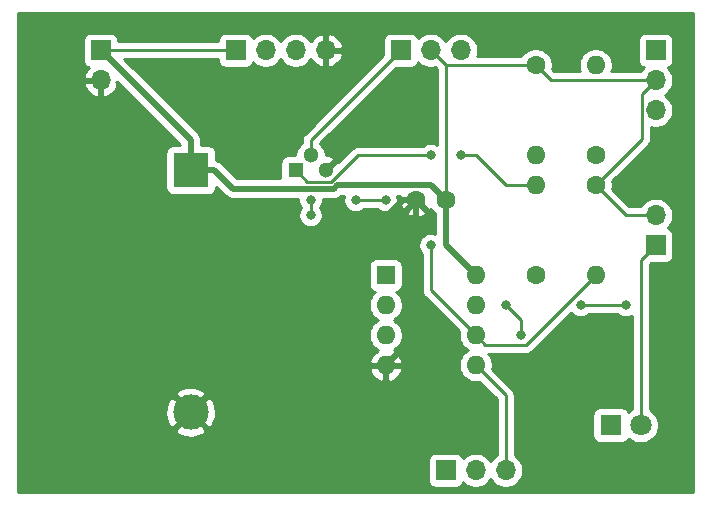
<source format=gtl>
G04 #@! TF.GenerationSoftware,KiCad,Pcbnew,5.1.9+dfsg1-1*
G04 #@! TF.CreationDate,2021-05-06T21:17:37+02:00*
G04 #@! TF.ProjectId,schema,73636865-6d61-42e6-9b69-6361645f7063,rev?*
G04 #@! TF.SameCoordinates,Original*
G04 #@! TF.FileFunction,Copper,L1,Top*
G04 #@! TF.FilePolarity,Positive*
%FSLAX46Y46*%
G04 Gerber Fmt 4.6, Leading zero omitted, Abs format (unit mm)*
G04 Created by KiCad (PCBNEW 5.1.9+dfsg1-1) date 2021-05-06 21:17:37*
%MOMM*%
%LPD*%
G01*
G04 APERTURE LIST*
G04 #@! TA.AperFunction,ComponentPad*
%ADD10O,1.700000X1.700000*%
G04 #@! TD*
G04 #@! TA.AperFunction,ComponentPad*
%ADD11R,1.700000X1.700000*%
G04 #@! TD*
G04 #@! TA.AperFunction,ComponentPad*
%ADD12R,3.000000X3.000000*%
G04 #@! TD*
G04 #@! TA.AperFunction,ComponentPad*
%ADD13C,3.000000*%
G04 #@! TD*
G04 #@! TA.AperFunction,ComponentPad*
%ADD14C,1.600000*%
G04 #@! TD*
G04 #@! TA.AperFunction,ComponentPad*
%ADD15O,1.600000X1.600000*%
G04 #@! TD*
G04 #@! TA.AperFunction,ComponentPad*
%ADD16R,1.600000X1.600000*%
G04 #@! TD*
G04 #@! TA.AperFunction,ComponentPad*
%ADD17R,1.300000X1.300000*%
G04 #@! TD*
G04 #@! TA.AperFunction,ComponentPad*
%ADD18C,1.300000*%
G04 #@! TD*
G04 #@! TA.AperFunction,ComponentPad*
%ADD19C,1.800000*%
G04 #@! TD*
G04 #@! TA.AperFunction,ComponentPad*
%ADD20R,1.800000X1.800000*%
G04 #@! TD*
G04 #@! TA.AperFunction,ViaPad*
%ADD21C,0.800000*%
G04 #@! TD*
G04 #@! TA.AperFunction,Conductor*
%ADD22C,0.500000*%
G04 #@! TD*
G04 #@! TA.AperFunction,Conductor*
%ADD23C,0.250000*%
G04 #@! TD*
G04 #@! TA.AperFunction,Conductor*
%ADD24C,0.254000*%
G04 #@! TD*
G04 #@! TA.AperFunction,Conductor*
%ADD25C,0.100000*%
G04 #@! TD*
G04 APERTURE END LIST*
D10*
X149860000Y-146050000D03*
X147320000Y-146050000D03*
D11*
X144780000Y-146050000D03*
D12*
X123190000Y-120650000D03*
D13*
X123190000Y-141140000D03*
D14*
X142280000Y-123190000D03*
X144780000Y-123190000D03*
D10*
X115570000Y-113030000D03*
D11*
X115570000Y-110490000D03*
D15*
X147320000Y-129540000D03*
X139700000Y-137160000D03*
X147320000Y-132080000D03*
X139700000Y-134620000D03*
X147320000Y-134620000D03*
X139700000Y-132080000D03*
X147320000Y-137160000D03*
D16*
X139700000Y-129540000D03*
D15*
X157480000Y-111760000D03*
D14*
X157480000Y-119380000D03*
D15*
X152400000Y-121920000D03*
D14*
X152400000Y-129540000D03*
D15*
X157480000Y-129540000D03*
D14*
X157480000Y-121920000D03*
D15*
X152400000Y-119380000D03*
D14*
X152400000Y-111760000D03*
D17*
X132080000Y-120650000D03*
D18*
X134620000Y-120650000D03*
X133350000Y-119380000D03*
D10*
X162560000Y-124460000D03*
D11*
X162560000Y-127000000D03*
D10*
X146050000Y-110490000D03*
X143510000Y-110490000D03*
D11*
X140970000Y-110490000D03*
D10*
X162560000Y-115570000D03*
X162560000Y-113030000D03*
D11*
X162560000Y-110490000D03*
D10*
X134620000Y-110490000D03*
X132080000Y-110490000D03*
X129540000Y-110490000D03*
D11*
X127000000Y-110490000D03*
D19*
X161290000Y-142240000D03*
D20*
X158750000Y-142240000D03*
D21*
X149860000Y-132080000D03*
X151130000Y-134620000D03*
X143510000Y-127000000D03*
X139700000Y-123190000D03*
X137160000Y-123190000D03*
X156210000Y-132080000D03*
X160020000Y-132080000D03*
X133350000Y-124460000D03*
X133350000Y-123190000D03*
X146050000Y-119380000D03*
X143510000Y-119380000D03*
D22*
X142280000Y-134580000D02*
X142280000Y-123190000D01*
X139700000Y-137160000D02*
X142280000Y-134580000D01*
X141140000Y-123190000D02*
X142280000Y-123190000D01*
X123190000Y-141140000D02*
X141140000Y-123190000D01*
X115570000Y-133520000D02*
X123190000Y-141140000D01*
X115570000Y-113030000D02*
X115570000Y-133520000D01*
X144780000Y-127000000D02*
X147320000Y-129540000D01*
X144780000Y-123190000D02*
X144780000Y-127000000D01*
D23*
X144780000Y-123190000D02*
X144780000Y-111760000D01*
X144780000Y-111760000D02*
X143510000Y-110490000D01*
X152400000Y-111760000D02*
X144780000Y-111760000D01*
X153670000Y-113030000D02*
X152400000Y-111760000D01*
X162560000Y-113030000D02*
X153670000Y-113030000D01*
X160020000Y-124460000D02*
X157480000Y-121920000D01*
X162560000Y-124460000D02*
X160020000Y-124460000D01*
X161384999Y-114205001D02*
X162560000Y-113030000D01*
X161384999Y-118015001D02*
X161384999Y-114205001D01*
X157480000Y-121920000D02*
X161384999Y-118015001D01*
D22*
X143529999Y-121939999D02*
X135586191Y-121939999D01*
X126740011Y-122200011D02*
X125190000Y-120650000D01*
X125190000Y-120650000D02*
X123190000Y-120650000D01*
X144780000Y-123190000D02*
X143529999Y-121939999D01*
X135586191Y-121939999D02*
X135326179Y-122200011D01*
X135326179Y-122200011D02*
X126740011Y-122200011D01*
X123190000Y-118110000D02*
X115570000Y-110490000D01*
X123190000Y-120650000D02*
X123190000Y-118110000D01*
D23*
X127000000Y-110490000D02*
X115570000Y-110490000D01*
X149860000Y-132080000D02*
X151130000Y-133350000D01*
X151130000Y-133350000D02*
X151130000Y-134620000D01*
X161290000Y-128270000D02*
X162560000Y-127000000D01*
X161290000Y-142240000D02*
X161290000Y-128270000D01*
X143510000Y-130810000D02*
X143510000Y-127000000D01*
X147320000Y-134620000D02*
X143510000Y-130810000D01*
X139700000Y-123190000D02*
X137160000Y-123190000D01*
X147320000Y-134620000D02*
X148119999Y-135419999D01*
X151600001Y-135419999D02*
X156680001Y-130339999D01*
X148119999Y-135419999D02*
X151600001Y-135419999D01*
X156680001Y-130339999D02*
X157480000Y-129540000D01*
X156210000Y-132080000D02*
X160020000Y-132080000D01*
X133350000Y-118110000D02*
X140970000Y-110490000D01*
X133350000Y-119380000D02*
X133350000Y-118110000D01*
X133350000Y-124460000D02*
X133350000Y-123190000D01*
X152400000Y-121920000D02*
X149860000Y-121920000D01*
X147320000Y-119380000D02*
X146050000Y-119380000D01*
X149860000Y-121920000D02*
X147320000Y-119380000D01*
X135088001Y-121625001D02*
X133055001Y-121625001D01*
X137333002Y-119380000D02*
X135088001Y-121625001D01*
X143510000Y-119380000D02*
X137333002Y-119380000D01*
X133055001Y-121625001D02*
X132080000Y-120650000D01*
X149860000Y-139700000D02*
X147320000Y-137160000D01*
X149860000Y-146050000D02*
X149860000Y-139700000D01*
D24*
X165710001Y-147930000D02*
X108610000Y-147930000D01*
X108610000Y-142631653D01*
X121877952Y-142631653D01*
X122033962Y-142947214D01*
X122408745Y-143138020D01*
X122813551Y-143252044D01*
X123232824Y-143284902D01*
X123650451Y-143235334D01*
X124050383Y-143105243D01*
X124346038Y-142947214D01*
X124502048Y-142631653D01*
X123190000Y-141319605D01*
X121877952Y-142631653D01*
X108610000Y-142631653D01*
X108610000Y-141182824D01*
X121045098Y-141182824D01*
X121094666Y-141600451D01*
X121224757Y-142000383D01*
X121382786Y-142296038D01*
X121698347Y-142452048D01*
X123010395Y-141140000D01*
X123369605Y-141140000D01*
X124681653Y-142452048D01*
X124997214Y-142296038D01*
X125188020Y-141921255D01*
X125302044Y-141516449D01*
X125334902Y-141097176D01*
X125285334Y-140679549D01*
X125155243Y-140279617D01*
X124997214Y-139983962D01*
X124681653Y-139827952D01*
X123369605Y-141140000D01*
X123010395Y-141140000D01*
X121698347Y-139827952D01*
X121382786Y-139983962D01*
X121191980Y-140358745D01*
X121077956Y-140763551D01*
X121045098Y-141182824D01*
X108610000Y-141182824D01*
X108610000Y-139648347D01*
X121877952Y-139648347D01*
X123190000Y-140960395D01*
X124502048Y-139648347D01*
X124346038Y-139332786D01*
X123971255Y-139141980D01*
X123566449Y-139027956D01*
X123147176Y-138995098D01*
X122729549Y-139044666D01*
X122329617Y-139174757D01*
X122033962Y-139332786D01*
X121877952Y-139648347D01*
X108610000Y-139648347D01*
X108610000Y-137509039D01*
X138308096Y-137509039D01*
X138348754Y-137643087D01*
X138468963Y-137897420D01*
X138636481Y-138123414D01*
X138844869Y-138312385D01*
X139086119Y-138457070D01*
X139350960Y-138551909D01*
X139573000Y-138430624D01*
X139573000Y-137287000D01*
X139827000Y-137287000D01*
X139827000Y-138430624D01*
X140049040Y-138551909D01*
X140313881Y-138457070D01*
X140555131Y-138312385D01*
X140763519Y-138123414D01*
X140931037Y-137897420D01*
X141051246Y-137643087D01*
X141091904Y-137509039D01*
X140969915Y-137287000D01*
X139827000Y-137287000D01*
X139573000Y-137287000D01*
X138430085Y-137287000D01*
X138308096Y-137509039D01*
X108610000Y-137509039D01*
X108610000Y-128740000D01*
X138261928Y-128740000D01*
X138261928Y-130340000D01*
X138274188Y-130464482D01*
X138310498Y-130584180D01*
X138369463Y-130694494D01*
X138448815Y-130791185D01*
X138545506Y-130870537D01*
X138655820Y-130929502D01*
X138775518Y-130965812D01*
X138783961Y-130966643D01*
X138585363Y-131165241D01*
X138428320Y-131400273D01*
X138320147Y-131661426D01*
X138265000Y-131938665D01*
X138265000Y-132221335D01*
X138320147Y-132498574D01*
X138428320Y-132759727D01*
X138585363Y-132994759D01*
X138785241Y-133194637D01*
X139017759Y-133350000D01*
X138785241Y-133505363D01*
X138585363Y-133705241D01*
X138428320Y-133940273D01*
X138320147Y-134201426D01*
X138265000Y-134478665D01*
X138265000Y-134761335D01*
X138320147Y-135038574D01*
X138428320Y-135299727D01*
X138585363Y-135534759D01*
X138785241Y-135734637D01*
X139020273Y-135891680D01*
X139030865Y-135896067D01*
X138844869Y-136007615D01*
X138636481Y-136196586D01*
X138468963Y-136422580D01*
X138348754Y-136676913D01*
X138308096Y-136810961D01*
X138430085Y-137033000D01*
X139573000Y-137033000D01*
X139573000Y-137013000D01*
X139827000Y-137013000D01*
X139827000Y-137033000D01*
X140969915Y-137033000D01*
X141091904Y-136810961D01*
X141051246Y-136676913D01*
X140931037Y-136422580D01*
X140763519Y-136196586D01*
X140555131Y-136007615D01*
X140369135Y-135896067D01*
X140379727Y-135891680D01*
X140614759Y-135734637D01*
X140814637Y-135534759D01*
X140971680Y-135299727D01*
X141079853Y-135038574D01*
X141135000Y-134761335D01*
X141135000Y-134478665D01*
X141079853Y-134201426D01*
X140971680Y-133940273D01*
X140814637Y-133705241D01*
X140614759Y-133505363D01*
X140382241Y-133350000D01*
X140614759Y-133194637D01*
X140814637Y-132994759D01*
X140971680Y-132759727D01*
X141079853Y-132498574D01*
X141135000Y-132221335D01*
X141135000Y-131938665D01*
X141079853Y-131661426D01*
X140971680Y-131400273D01*
X140814637Y-131165241D01*
X140616039Y-130966643D01*
X140624482Y-130965812D01*
X140744180Y-130929502D01*
X140854494Y-130870537D01*
X140951185Y-130791185D01*
X141030537Y-130694494D01*
X141089502Y-130584180D01*
X141125812Y-130464482D01*
X141138072Y-130340000D01*
X141138072Y-128740000D01*
X141125812Y-128615518D01*
X141089502Y-128495820D01*
X141030537Y-128385506D01*
X140951185Y-128288815D01*
X140854494Y-128209463D01*
X140744180Y-128150498D01*
X140624482Y-128114188D01*
X140500000Y-128101928D01*
X138900000Y-128101928D01*
X138775518Y-128114188D01*
X138655820Y-128150498D01*
X138545506Y-128209463D01*
X138448815Y-128288815D01*
X138369463Y-128385506D01*
X138310498Y-128495820D01*
X138274188Y-128615518D01*
X138261928Y-128740000D01*
X108610000Y-128740000D01*
X108610000Y-113386890D01*
X114128524Y-113386890D01*
X114173175Y-113534099D01*
X114298359Y-113796920D01*
X114472412Y-114030269D01*
X114688645Y-114225178D01*
X114938748Y-114374157D01*
X115213109Y-114471481D01*
X115443000Y-114350814D01*
X115443000Y-113157000D01*
X114249845Y-113157000D01*
X114128524Y-113386890D01*
X108610000Y-113386890D01*
X108610000Y-109640000D01*
X114081928Y-109640000D01*
X114081928Y-111340000D01*
X114094188Y-111464482D01*
X114130498Y-111584180D01*
X114189463Y-111694494D01*
X114268815Y-111791185D01*
X114365506Y-111870537D01*
X114475820Y-111929502D01*
X114556466Y-111953966D01*
X114472412Y-112029731D01*
X114298359Y-112263080D01*
X114173175Y-112525901D01*
X114128524Y-112673110D01*
X114249845Y-112903000D01*
X115443000Y-112903000D01*
X115443000Y-112883000D01*
X115697000Y-112883000D01*
X115697000Y-112903000D01*
X115717000Y-112903000D01*
X115717000Y-113157000D01*
X115697000Y-113157000D01*
X115697000Y-114350814D01*
X115926891Y-114471481D01*
X116201252Y-114374157D01*
X116451355Y-114225178D01*
X116667588Y-114030269D01*
X116841641Y-113796920D01*
X116966825Y-113534099D01*
X117011476Y-113386890D01*
X116890156Y-113157002D01*
X116985424Y-113157002D01*
X122305001Y-118476580D01*
X122305001Y-118511928D01*
X121690000Y-118511928D01*
X121565518Y-118524188D01*
X121445820Y-118560498D01*
X121335506Y-118619463D01*
X121238815Y-118698815D01*
X121159463Y-118795506D01*
X121100498Y-118905820D01*
X121064188Y-119025518D01*
X121051928Y-119150000D01*
X121051928Y-122150000D01*
X121064188Y-122274482D01*
X121100498Y-122394180D01*
X121159463Y-122504494D01*
X121238815Y-122601185D01*
X121335506Y-122680537D01*
X121445820Y-122739502D01*
X121565518Y-122775812D01*
X121690000Y-122788072D01*
X124690000Y-122788072D01*
X124814482Y-122775812D01*
X124934180Y-122739502D01*
X125044494Y-122680537D01*
X125141185Y-122601185D01*
X125220537Y-122504494D01*
X125279502Y-122394180D01*
X125315812Y-122274482D01*
X125328072Y-122150000D01*
X125328072Y-122039650D01*
X126083481Y-122795060D01*
X126111194Y-122828828D01*
X126144962Y-122856541D01*
X126144964Y-122856543D01*
X126245952Y-122939422D01*
X126399697Y-123021600D01*
X126566521Y-123072206D01*
X126696534Y-123085011D01*
X126696542Y-123085011D01*
X126740011Y-123089292D01*
X126783480Y-123085011D01*
X132315607Y-123085011D01*
X132315000Y-123088061D01*
X132315000Y-123291939D01*
X132354774Y-123491898D01*
X132432795Y-123680256D01*
X132529510Y-123825000D01*
X132432795Y-123969744D01*
X132354774Y-124158102D01*
X132315000Y-124358061D01*
X132315000Y-124561939D01*
X132354774Y-124761898D01*
X132432795Y-124950256D01*
X132546063Y-125119774D01*
X132690226Y-125263937D01*
X132859744Y-125377205D01*
X133048102Y-125455226D01*
X133248061Y-125495000D01*
X133451939Y-125495000D01*
X133651898Y-125455226D01*
X133840256Y-125377205D01*
X134009774Y-125263937D01*
X134153937Y-125119774D01*
X134267205Y-124950256D01*
X134345226Y-124761898D01*
X134385000Y-124561939D01*
X134385000Y-124358061D01*
X134345226Y-124158102D01*
X134267205Y-123969744D01*
X134170490Y-123825000D01*
X134267205Y-123680256D01*
X134345226Y-123491898D01*
X134385000Y-123291939D01*
X134385000Y-123088061D01*
X134384393Y-123085011D01*
X135282710Y-123085011D01*
X135326179Y-123089292D01*
X135369648Y-123085011D01*
X135369656Y-123085011D01*
X135499669Y-123072206D01*
X135666492Y-123021600D01*
X135820238Y-122939422D01*
X135954996Y-122828828D01*
X135958138Y-122824999D01*
X136190912Y-122824999D01*
X136164774Y-122888102D01*
X136125000Y-123088061D01*
X136125000Y-123291939D01*
X136164774Y-123491898D01*
X136242795Y-123680256D01*
X136356063Y-123849774D01*
X136500226Y-123993937D01*
X136669744Y-124107205D01*
X136858102Y-124185226D01*
X137058061Y-124225000D01*
X137261939Y-124225000D01*
X137461898Y-124185226D01*
X137650256Y-124107205D01*
X137819774Y-123993937D01*
X137863711Y-123950000D01*
X138996289Y-123950000D01*
X139040226Y-123993937D01*
X139209744Y-124107205D01*
X139398102Y-124185226D01*
X139598061Y-124225000D01*
X139801939Y-124225000D01*
X140001898Y-124185226D01*
X140007991Y-124182702D01*
X141466903Y-124182702D01*
X141538486Y-124426671D01*
X141793996Y-124547571D01*
X142068184Y-124616300D01*
X142350512Y-124630217D01*
X142630130Y-124588787D01*
X142896292Y-124493603D01*
X143021514Y-124426671D01*
X143093097Y-124182702D01*
X142280000Y-123369605D01*
X141466903Y-124182702D01*
X140007991Y-124182702D01*
X140190256Y-124107205D01*
X140359774Y-123993937D01*
X140503937Y-123849774D01*
X140617205Y-123680256D01*
X140695226Y-123491898D01*
X140735000Y-123291939D01*
X140735000Y-123088061D01*
X140695226Y-122888102D01*
X140669088Y-122824999D01*
X140892098Y-122824999D01*
X140853700Y-122978184D01*
X140839783Y-123260512D01*
X140881213Y-123540130D01*
X140976397Y-123806292D01*
X141043329Y-123931514D01*
X141287298Y-124003097D01*
X142100395Y-123190000D01*
X142086253Y-123175858D01*
X142265858Y-122996253D01*
X142280000Y-123010395D01*
X142294143Y-122996253D01*
X142473748Y-123175858D01*
X142459605Y-123190000D01*
X143272702Y-124003097D01*
X143516671Y-123931514D01*
X143530324Y-123902659D01*
X143665363Y-124104759D01*
X143865241Y-124304637D01*
X143895000Y-124324521D01*
X143895001Y-126039197D01*
X143811898Y-126004774D01*
X143611939Y-125965000D01*
X143408061Y-125965000D01*
X143208102Y-126004774D01*
X143019744Y-126082795D01*
X142850226Y-126196063D01*
X142706063Y-126340226D01*
X142592795Y-126509744D01*
X142514774Y-126698102D01*
X142475000Y-126898061D01*
X142475000Y-127101939D01*
X142514774Y-127301898D01*
X142592795Y-127490256D01*
X142706063Y-127659774D01*
X142750001Y-127703712D01*
X142750000Y-130772677D01*
X142746324Y-130810000D01*
X142750000Y-130847322D01*
X142750000Y-130847332D01*
X142760997Y-130958985D01*
X142799154Y-131084774D01*
X142804454Y-131102246D01*
X142875026Y-131234276D01*
X142909320Y-131276063D01*
X142969999Y-131350001D01*
X142999003Y-131373804D01*
X145921312Y-134296114D01*
X145885000Y-134478665D01*
X145885000Y-134761335D01*
X145940147Y-135038574D01*
X146048320Y-135299727D01*
X146205363Y-135534759D01*
X146405241Y-135734637D01*
X146637759Y-135890000D01*
X146405241Y-136045363D01*
X146205363Y-136245241D01*
X146048320Y-136480273D01*
X145940147Y-136741426D01*
X145885000Y-137018665D01*
X145885000Y-137301335D01*
X145940147Y-137578574D01*
X146048320Y-137839727D01*
X146205363Y-138074759D01*
X146405241Y-138274637D01*
X146640273Y-138431680D01*
X146901426Y-138539853D01*
X147178665Y-138595000D01*
X147461335Y-138595000D01*
X147643886Y-138558688D01*
X149100001Y-140014804D01*
X149100000Y-144771821D01*
X148913368Y-144896525D01*
X148706525Y-145103368D01*
X148590000Y-145277760D01*
X148473475Y-145103368D01*
X148266632Y-144896525D01*
X148023411Y-144734010D01*
X147753158Y-144622068D01*
X147466260Y-144565000D01*
X147173740Y-144565000D01*
X146886842Y-144622068D01*
X146616589Y-144734010D01*
X146373368Y-144896525D01*
X146241513Y-145028380D01*
X146219502Y-144955820D01*
X146160537Y-144845506D01*
X146081185Y-144748815D01*
X145984494Y-144669463D01*
X145874180Y-144610498D01*
X145754482Y-144574188D01*
X145630000Y-144561928D01*
X143930000Y-144561928D01*
X143805518Y-144574188D01*
X143685820Y-144610498D01*
X143575506Y-144669463D01*
X143478815Y-144748815D01*
X143399463Y-144845506D01*
X143340498Y-144955820D01*
X143304188Y-145075518D01*
X143291928Y-145200000D01*
X143291928Y-146900000D01*
X143304188Y-147024482D01*
X143340498Y-147144180D01*
X143399463Y-147254494D01*
X143478815Y-147351185D01*
X143575506Y-147430537D01*
X143685820Y-147489502D01*
X143805518Y-147525812D01*
X143930000Y-147538072D01*
X145630000Y-147538072D01*
X145754482Y-147525812D01*
X145874180Y-147489502D01*
X145984494Y-147430537D01*
X146081185Y-147351185D01*
X146160537Y-147254494D01*
X146219502Y-147144180D01*
X146241513Y-147071620D01*
X146373368Y-147203475D01*
X146616589Y-147365990D01*
X146886842Y-147477932D01*
X147173740Y-147535000D01*
X147466260Y-147535000D01*
X147753158Y-147477932D01*
X148023411Y-147365990D01*
X148266632Y-147203475D01*
X148473475Y-146996632D01*
X148590000Y-146822240D01*
X148706525Y-146996632D01*
X148913368Y-147203475D01*
X149156589Y-147365990D01*
X149426842Y-147477932D01*
X149713740Y-147535000D01*
X150006260Y-147535000D01*
X150293158Y-147477932D01*
X150563411Y-147365990D01*
X150806632Y-147203475D01*
X151013475Y-146996632D01*
X151175990Y-146753411D01*
X151287932Y-146483158D01*
X151345000Y-146196260D01*
X151345000Y-145903740D01*
X151287932Y-145616842D01*
X151175990Y-145346589D01*
X151013475Y-145103368D01*
X150806632Y-144896525D01*
X150620000Y-144771822D01*
X150620000Y-139737322D01*
X150623676Y-139699999D01*
X150620000Y-139662676D01*
X150620000Y-139662667D01*
X150609003Y-139551014D01*
X150565546Y-139407753D01*
X150494974Y-139275724D01*
X150481811Y-139259685D01*
X150423799Y-139188996D01*
X150423795Y-139188992D01*
X150400001Y-139159999D01*
X150371008Y-139136205D01*
X148718688Y-137483886D01*
X148755000Y-137301335D01*
X148755000Y-137018665D01*
X148699853Y-136741426D01*
X148591680Y-136480273D01*
X148434637Y-136245241D01*
X148369395Y-136179999D01*
X151562679Y-136179999D01*
X151600001Y-136183675D01*
X151637323Y-136179999D01*
X151637334Y-136179999D01*
X151748987Y-136169002D01*
X151892248Y-136125545D01*
X152024277Y-136054973D01*
X152140002Y-135960000D01*
X152163805Y-135930996D01*
X155385621Y-132709181D01*
X155406063Y-132739774D01*
X155550226Y-132883937D01*
X155719744Y-132997205D01*
X155908102Y-133075226D01*
X156108061Y-133115000D01*
X156311939Y-133115000D01*
X156511898Y-133075226D01*
X156700256Y-132997205D01*
X156869774Y-132883937D01*
X156913711Y-132840000D01*
X159316289Y-132840000D01*
X159360226Y-132883937D01*
X159529744Y-132997205D01*
X159718102Y-133075226D01*
X159918061Y-133115000D01*
X160121939Y-133115000D01*
X160321898Y-133075226D01*
X160510256Y-132997205D01*
X160530001Y-132984012D01*
X160530000Y-140901687D01*
X160311495Y-141047688D01*
X160245056Y-141114127D01*
X160239502Y-141095820D01*
X160180537Y-140985506D01*
X160101185Y-140888815D01*
X160004494Y-140809463D01*
X159894180Y-140750498D01*
X159774482Y-140714188D01*
X159650000Y-140701928D01*
X157850000Y-140701928D01*
X157725518Y-140714188D01*
X157605820Y-140750498D01*
X157495506Y-140809463D01*
X157398815Y-140888815D01*
X157319463Y-140985506D01*
X157260498Y-141095820D01*
X157224188Y-141215518D01*
X157211928Y-141340000D01*
X157211928Y-143140000D01*
X157224188Y-143264482D01*
X157260498Y-143384180D01*
X157319463Y-143494494D01*
X157398815Y-143591185D01*
X157495506Y-143670537D01*
X157605820Y-143729502D01*
X157725518Y-143765812D01*
X157850000Y-143778072D01*
X159650000Y-143778072D01*
X159774482Y-143765812D01*
X159894180Y-143729502D01*
X160004494Y-143670537D01*
X160101185Y-143591185D01*
X160180537Y-143494494D01*
X160239502Y-143384180D01*
X160245056Y-143365873D01*
X160311495Y-143432312D01*
X160562905Y-143600299D01*
X160842257Y-143716011D01*
X161138816Y-143775000D01*
X161441184Y-143775000D01*
X161737743Y-143716011D01*
X162017095Y-143600299D01*
X162268505Y-143432312D01*
X162482312Y-143218505D01*
X162650299Y-142967095D01*
X162766011Y-142687743D01*
X162825000Y-142391184D01*
X162825000Y-142088816D01*
X162766011Y-141792257D01*
X162650299Y-141512905D01*
X162482312Y-141261495D01*
X162268505Y-141047688D01*
X162050000Y-140901687D01*
X162050000Y-128584801D01*
X162146729Y-128488072D01*
X163410000Y-128488072D01*
X163534482Y-128475812D01*
X163654180Y-128439502D01*
X163764494Y-128380537D01*
X163861185Y-128301185D01*
X163940537Y-128204494D01*
X163999502Y-128094180D01*
X164035812Y-127974482D01*
X164048072Y-127850000D01*
X164048072Y-126150000D01*
X164035812Y-126025518D01*
X163999502Y-125905820D01*
X163940537Y-125795506D01*
X163861185Y-125698815D01*
X163764494Y-125619463D01*
X163654180Y-125560498D01*
X163581620Y-125538487D01*
X163713475Y-125406632D01*
X163875990Y-125163411D01*
X163987932Y-124893158D01*
X164045000Y-124606260D01*
X164045000Y-124313740D01*
X163987932Y-124026842D01*
X163875990Y-123756589D01*
X163713475Y-123513368D01*
X163506632Y-123306525D01*
X163263411Y-123144010D01*
X162993158Y-123032068D01*
X162706260Y-122975000D01*
X162413740Y-122975000D01*
X162126842Y-123032068D01*
X161856589Y-123144010D01*
X161613368Y-123306525D01*
X161406525Y-123513368D01*
X161281822Y-123700000D01*
X160334803Y-123700000D01*
X158878688Y-122243886D01*
X158915000Y-122061335D01*
X158915000Y-121778665D01*
X158878688Y-121596113D01*
X161896003Y-118578799D01*
X161925000Y-118555002D01*
X162019973Y-118439277D01*
X162090545Y-118307248D01*
X162134002Y-118163987D01*
X162144999Y-118052334D01*
X162144999Y-118052333D01*
X162148676Y-118015001D01*
X162144999Y-117977668D01*
X162144999Y-117001544D01*
X162413740Y-117055000D01*
X162706260Y-117055000D01*
X162993158Y-116997932D01*
X163263411Y-116885990D01*
X163506632Y-116723475D01*
X163713475Y-116516632D01*
X163875990Y-116273411D01*
X163987932Y-116003158D01*
X164045000Y-115716260D01*
X164045000Y-115423740D01*
X163987932Y-115136842D01*
X163875990Y-114866589D01*
X163713475Y-114623368D01*
X163506632Y-114416525D01*
X163332240Y-114300000D01*
X163506632Y-114183475D01*
X163713475Y-113976632D01*
X163875990Y-113733411D01*
X163987932Y-113463158D01*
X164045000Y-113176260D01*
X164045000Y-112883740D01*
X163987932Y-112596842D01*
X163875990Y-112326589D01*
X163713475Y-112083368D01*
X163581620Y-111951513D01*
X163654180Y-111929502D01*
X163764494Y-111870537D01*
X163861185Y-111791185D01*
X163940537Y-111694494D01*
X163999502Y-111584180D01*
X164035812Y-111464482D01*
X164048072Y-111340000D01*
X164048072Y-109640000D01*
X164035812Y-109515518D01*
X163999502Y-109395820D01*
X163940537Y-109285506D01*
X163861185Y-109188815D01*
X163764494Y-109109463D01*
X163654180Y-109050498D01*
X163534482Y-109014188D01*
X163410000Y-109001928D01*
X161710000Y-109001928D01*
X161585518Y-109014188D01*
X161465820Y-109050498D01*
X161355506Y-109109463D01*
X161258815Y-109188815D01*
X161179463Y-109285506D01*
X161120498Y-109395820D01*
X161084188Y-109515518D01*
X161071928Y-109640000D01*
X161071928Y-111340000D01*
X161084188Y-111464482D01*
X161120498Y-111584180D01*
X161179463Y-111694494D01*
X161258815Y-111791185D01*
X161355506Y-111870537D01*
X161465820Y-111929502D01*
X161538380Y-111951513D01*
X161406525Y-112083368D01*
X161281822Y-112270000D01*
X158821983Y-112270000D01*
X158859853Y-112178574D01*
X158915000Y-111901335D01*
X158915000Y-111618665D01*
X158859853Y-111341426D01*
X158751680Y-111080273D01*
X158594637Y-110845241D01*
X158394759Y-110645363D01*
X158159727Y-110488320D01*
X157898574Y-110380147D01*
X157621335Y-110325000D01*
X157338665Y-110325000D01*
X157061426Y-110380147D01*
X156800273Y-110488320D01*
X156565241Y-110645363D01*
X156365363Y-110845241D01*
X156208320Y-111080273D01*
X156100147Y-111341426D01*
X156045000Y-111618665D01*
X156045000Y-111901335D01*
X156100147Y-112178574D01*
X156138017Y-112270000D01*
X153984802Y-112270000D01*
X153798688Y-112083886D01*
X153835000Y-111901335D01*
X153835000Y-111618665D01*
X153779853Y-111341426D01*
X153671680Y-111080273D01*
X153514637Y-110845241D01*
X153314759Y-110645363D01*
X153079727Y-110488320D01*
X152818574Y-110380147D01*
X152541335Y-110325000D01*
X152258665Y-110325000D01*
X151981426Y-110380147D01*
X151720273Y-110488320D01*
X151485241Y-110645363D01*
X151285363Y-110845241D01*
X151181957Y-111000000D01*
X147446103Y-111000000D01*
X147477932Y-110923158D01*
X147535000Y-110636260D01*
X147535000Y-110343740D01*
X147477932Y-110056842D01*
X147365990Y-109786589D01*
X147203475Y-109543368D01*
X146996632Y-109336525D01*
X146753411Y-109174010D01*
X146483158Y-109062068D01*
X146196260Y-109005000D01*
X145903740Y-109005000D01*
X145616842Y-109062068D01*
X145346589Y-109174010D01*
X145103368Y-109336525D01*
X144896525Y-109543368D01*
X144780000Y-109717760D01*
X144663475Y-109543368D01*
X144456632Y-109336525D01*
X144213411Y-109174010D01*
X143943158Y-109062068D01*
X143656260Y-109005000D01*
X143363740Y-109005000D01*
X143076842Y-109062068D01*
X142806589Y-109174010D01*
X142563368Y-109336525D01*
X142431513Y-109468380D01*
X142409502Y-109395820D01*
X142350537Y-109285506D01*
X142271185Y-109188815D01*
X142174494Y-109109463D01*
X142064180Y-109050498D01*
X141944482Y-109014188D01*
X141820000Y-109001928D01*
X140120000Y-109001928D01*
X139995518Y-109014188D01*
X139875820Y-109050498D01*
X139765506Y-109109463D01*
X139668815Y-109188815D01*
X139589463Y-109285506D01*
X139530498Y-109395820D01*
X139494188Y-109515518D01*
X139481928Y-109640000D01*
X139481928Y-110903270D01*
X132838998Y-117546201D01*
X132810000Y-117569999D01*
X132786202Y-117598997D01*
X132786201Y-117598998D01*
X132715026Y-117685724D01*
X132644454Y-117817754D01*
X132629815Y-117866015D01*
X132608432Y-117936509D01*
X132600998Y-117961015D01*
X132586324Y-118110000D01*
X132590001Y-118147332D01*
X132590001Y-118342358D01*
X132530860Y-118381875D01*
X132351875Y-118560860D01*
X132211247Y-118771324D01*
X132114381Y-119005179D01*
X132065000Y-119253439D01*
X132065000Y-119361928D01*
X131430000Y-119361928D01*
X131305518Y-119374188D01*
X131185820Y-119410498D01*
X131075506Y-119469463D01*
X130978815Y-119548815D01*
X130899463Y-119645506D01*
X130840498Y-119755820D01*
X130804188Y-119875518D01*
X130791928Y-120000000D01*
X130791928Y-121300000D01*
X130793406Y-121315011D01*
X127106590Y-121315011D01*
X125846534Y-120054956D01*
X125818817Y-120021183D01*
X125684059Y-119910589D01*
X125530313Y-119828411D01*
X125363490Y-119777805D01*
X125328072Y-119774317D01*
X125328072Y-119150000D01*
X125315812Y-119025518D01*
X125279502Y-118905820D01*
X125220537Y-118795506D01*
X125141185Y-118698815D01*
X125044494Y-118619463D01*
X124934180Y-118560498D01*
X124814482Y-118524188D01*
X124690000Y-118511928D01*
X124075000Y-118511928D01*
X124075000Y-118153465D01*
X124079281Y-118109999D01*
X124075000Y-118066533D01*
X124075000Y-118066523D01*
X124062195Y-117936510D01*
X124011589Y-117769687D01*
X123929411Y-117615941D01*
X123818817Y-117481183D01*
X123785049Y-117453470D01*
X117581578Y-111250000D01*
X125511928Y-111250000D01*
X125511928Y-111340000D01*
X125524188Y-111464482D01*
X125560498Y-111584180D01*
X125619463Y-111694494D01*
X125698815Y-111791185D01*
X125795506Y-111870537D01*
X125905820Y-111929502D01*
X126025518Y-111965812D01*
X126150000Y-111978072D01*
X127850000Y-111978072D01*
X127974482Y-111965812D01*
X128094180Y-111929502D01*
X128204494Y-111870537D01*
X128301185Y-111791185D01*
X128380537Y-111694494D01*
X128439502Y-111584180D01*
X128461513Y-111511620D01*
X128593368Y-111643475D01*
X128836589Y-111805990D01*
X129106842Y-111917932D01*
X129393740Y-111975000D01*
X129686260Y-111975000D01*
X129973158Y-111917932D01*
X130243411Y-111805990D01*
X130486632Y-111643475D01*
X130693475Y-111436632D01*
X130810000Y-111262240D01*
X130926525Y-111436632D01*
X131133368Y-111643475D01*
X131376589Y-111805990D01*
X131646842Y-111917932D01*
X131933740Y-111975000D01*
X132226260Y-111975000D01*
X132513158Y-111917932D01*
X132783411Y-111805990D01*
X133026632Y-111643475D01*
X133233475Y-111436632D01*
X133355195Y-111254466D01*
X133424822Y-111371355D01*
X133619731Y-111587588D01*
X133853080Y-111761641D01*
X134115901Y-111886825D01*
X134263110Y-111931476D01*
X134493000Y-111810155D01*
X134493000Y-110617000D01*
X134747000Y-110617000D01*
X134747000Y-111810155D01*
X134976890Y-111931476D01*
X135124099Y-111886825D01*
X135386920Y-111761641D01*
X135620269Y-111587588D01*
X135815178Y-111371355D01*
X135964157Y-111121252D01*
X136061481Y-110846891D01*
X135940814Y-110617000D01*
X134747000Y-110617000D01*
X134493000Y-110617000D01*
X134473000Y-110617000D01*
X134473000Y-110363000D01*
X134493000Y-110363000D01*
X134493000Y-109169845D01*
X134747000Y-109169845D01*
X134747000Y-110363000D01*
X135940814Y-110363000D01*
X136061481Y-110133109D01*
X135964157Y-109858748D01*
X135815178Y-109608645D01*
X135620269Y-109392412D01*
X135386920Y-109218359D01*
X135124099Y-109093175D01*
X134976890Y-109048524D01*
X134747000Y-109169845D01*
X134493000Y-109169845D01*
X134263110Y-109048524D01*
X134115901Y-109093175D01*
X133853080Y-109218359D01*
X133619731Y-109392412D01*
X133424822Y-109608645D01*
X133355195Y-109725534D01*
X133233475Y-109543368D01*
X133026632Y-109336525D01*
X132783411Y-109174010D01*
X132513158Y-109062068D01*
X132226260Y-109005000D01*
X131933740Y-109005000D01*
X131646842Y-109062068D01*
X131376589Y-109174010D01*
X131133368Y-109336525D01*
X130926525Y-109543368D01*
X130810000Y-109717760D01*
X130693475Y-109543368D01*
X130486632Y-109336525D01*
X130243411Y-109174010D01*
X129973158Y-109062068D01*
X129686260Y-109005000D01*
X129393740Y-109005000D01*
X129106842Y-109062068D01*
X128836589Y-109174010D01*
X128593368Y-109336525D01*
X128461513Y-109468380D01*
X128439502Y-109395820D01*
X128380537Y-109285506D01*
X128301185Y-109188815D01*
X128204494Y-109109463D01*
X128094180Y-109050498D01*
X127974482Y-109014188D01*
X127850000Y-109001928D01*
X126150000Y-109001928D01*
X126025518Y-109014188D01*
X125905820Y-109050498D01*
X125795506Y-109109463D01*
X125698815Y-109188815D01*
X125619463Y-109285506D01*
X125560498Y-109395820D01*
X125524188Y-109515518D01*
X125511928Y-109640000D01*
X125511928Y-109730000D01*
X117058072Y-109730000D01*
X117058072Y-109640000D01*
X117045812Y-109515518D01*
X117009502Y-109395820D01*
X116950537Y-109285506D01*
X116871185Y-109188815D01*
X116774494Y-109109463D01*
X116664180Y-109050498D01*
X116544482Y-109014188D01*
X116420000Y-109001928D01*
X114720000Y-109001928D01*
X114595518Y-109014188D01*
X114475820Y-109050498D01*
X114365506Y-109109463D01*
X114268815Y-109188815D01*
X114189463Y-109285506D01*
X114130498Y-109395820D01*
X114094188Y-109515518D01*
X114081928Y-109640000D01*
X108610000Y-109640000D01*
X108610000Y-107340000D01*
X165710000Y-107340000D01*
X165710001Y-147930000D01*
G04 #@! TA.AperFunction,Conductor*
D25*
G36*
X165710001Y-147930000D02*
G01*
X108610000Y-147930000D01*
X108610000Y-142631653D01*
X121877952Y-142631653D01*
X122033962Y-142947214D01*
X122408745Y-143138020D01*
X122813551Y-143252044D01*
X123232824Y-143284902D01*
X123650451Y-143235334D01*
X124050383Y-143105243D01*
X124346038Y-142947214D01*
X124502048Y-142631653D01*
X123190000Y-141319605D01*
X121877952Y-142631653D01*
X108610000Y-142631653D01*
X108610000Y-141182824D01*
X121045098Y-141182824D01*
X121094666Y-141600451D01*
X121224757Y-142000383D01*
X121382786Y-142296038D01*
X121698347Y-142452048D01*
X123010395Y-141140000D01*
X123369605Y-141140000D01*
X124681653Y-142452048D01*
X124997214Y-142296038D01*
X125188020Y-141921255D01*
X125302044Y-141516449D01*
X125334902Y-141097176D01*
X125285334Y-140679549D01*
X125155243Y-140279617D01*
X124997214Y-139983962D01*
X124681653Y-139827952D01*
X123369605Y-141140000D01*
X123010395Y-141140000D01*
X121698347Y-139827952D01*
X121382786Y-139983962D01*
X121191980Y-140358745D01*
X121077956Y-140763551D01*
X121045098Y-141182824D01*
X108610000Y-141182824D01*
X108610000Y-139648347D01*
X121877952Y-139648347D01*
X123190000Y-140960395D01*
X124502048Y-139648347D01*
X124346038Y-139332786D01*
X123971255Y-139141980D01*
X123566449Y-139027956D01*
X123147176Y-138995098D01*
X122729549Y-139044666D01*
X122329617Y-139174757D01*
X122033962Y-139332786D01*
X121877952Y-139648347D01*
X108610000Y-139648347D01*
X108610000Y-137509039D01*
X138308096Y-137509039D01*
X138348754Y-137643087D01*
X138468963Y-137897420D01*
X138636481Y-138123414D01*
X138844869Y-138312385D01*
X139086119Y-138457070D01*
X139350960Y-138551909D01*
X139573000Y-138430624D01*
X139573000Y-137287000D01*
X139827000Y-137287000D01*
X139827000Y-138430624D01*
X140049040Y-138551909D01*
X140313881Y-138457070D01*
X140555131Y-138312385D01*
X140763519Y-138123414D01*
X140931037Y-137897420D01*
X141051246Y-137643087D01*
X141091904Y-137509039D01*
X140969915Y-137287000D01*
X139827000Y-137287000D01*
X139573000Y-137287000D01*
X138430085Y-137287000D01*
X138308096Y-137509039D01*
X108610000Y-137509039D01*
X108610000Y-128740000D01*
X138261928Y-128740000D01*
X138261928Y-130340000D01*
X138274188Y-130464482D01*
X138310498Y-130584180D01*
X138369463Y-130694494D01*
X138448815Y-130791185D01*
X138545506Y-130870537D01*
X138655820Y-130929502D01*
X138775518Y-130965812D01*
X138783961Y-130966643D01*
X138585363Y-131165241D01*
X138428320Y-131400273D01*
X138320147Y-131661426D01*
X138265000Y-131938665D01*
X138265000Y-132221335D01*
X138320147Y-132498574D01*
X138428320Y-132759727D01*
X138585363Y-132994759D01*
X138785241Y-133194637D01*
X139017759Y-133350000D01*
X138785241Y-133505363D01*
X138585363Y-133705241D01*
X138428320Y-133940273D01*
X138320147Y-134201426D01*
X138265000Y-134478665D01*
X138265000Y-134761335D01*
X138320147Y-135038574D01*
X138428320Y-135299727D01*
X138585363Y-135534759D01*
X138785241Y-135734637D01*
X139020273Y-135891680D01*
X139030865Y-135896067D01*
X138844869Y-136007615D01*
X138636481Y-136196586D01*
X138468963Y-136422580D01*
X138348754Y-136676913D01*
X138308096Y-136810961D01*
X138430085Y-137033000D01*
X139573000Y-137033000D01*
X139573000Y-137013000D01*
X139827000Y-137013000D01*
X139827000Y-137033000D01*
X140969915Y-137033000D01*
X141091904Y-136810961D01*
X141051246Y-136676913D01*
X140931037Y-136422580D01*
X140763519Y-136196586D01*
X140555131Y-136007615D01*
X140369135Y-135896067D01*
X140379727Y-135891680D01*
X140614759Y-135734637D01*
X140814637Y-135534759D01*
X140971680Y-135299727D01*
X141079853Y-135038574D01*
X141135000Y-134761335D01*
X141135000Y-134478665D01*
X141079853Y-134201426D01*
X140971680Y-133940273D01*
X140814637Y-133705241D01*
X140614759Y-133505363D01*
X140382241Y-133350000D01*
X140614759Y-133194637D01*
X140814637Y-132994759D01*
X140971680Y-132759727D01*
X141079853Y-132498574D01*
X141135000Y-132221335D01*
X141135000Y-131938665D01*
X141079853Y-131661426D01*
X140971680Y-131400273D01*
X140814637Y-131165241D01*
X140616039Y-130966643D01*
X140624482Y-130965812D01*
X140744180Y-130929502D01*
X140854494Y-130870537D01*
X140951185Y-130791185D01*
X141030537Y-130694494D01*
X141089502Y-130584180D01*
X141125812Y-130464482D01*
X141138072Y-130340000D01*
X141138072Y-128740000D01*
X141125812Y-128615518D01*
X141089502Y-128495820D01*
X141030537Y-128385506D01*
X140951185Y-128288815D01*
X140854494Y-128209463D01*
X140744180Y-128150498D01*
X140624482Y-128114188D01*
X140500000Y-128101928D01*
X138900000Y-128101928D01*
X138775518Y-128114188D01*
X138655820Y-128150498D01*
X138545506Y-128209463D01*
X138448815Y-128288815D01*
X138369463Y-128385506D01*
X138310498Y-128495820D01*
X138274188Y-128615518D01*
X138261928Y-128740000D01*
X108610000Y-128740000D01*
X108610000Y-113386890D01*
X114128524Y-113386890D01*
X114173175Y-113534099D01*
X114298359Y-113796920D01*
X114472412Y-114030269D01*
X114688645Y-114225178D01*
X114938748Y-114374157D01*
X115213109Y-114471481D01*
X115443000Y-114350814D01*
X115443000Y-113157000D01*
X114249845Y-113157000D01*
X114128524Y-113386890D01*
X108610000Y-113386890D01*
X108610000Y-109640000D01*
X114081928Y-109640000D01*
X114081928Y-111340000D01*
X114094188Y-111464482D01*
X114130498Y-111584180D01*
X114189463Y-111694494D01*
X114268815Y-111791185D01*
X114365506Y-111870537D01*
X114475820Y-111929502D01*
X114556466Y-111953966D01*
X114472412Y-112029731D01*
X114298359Y-112263080D01*
X114173175Y-112525901D01*
X114128524Y-112673110D01*
X114249845Y-112903000D01*
X115443000Y-112903000D01*
X115443000Y-112883000D01*
X115697000Y-112883000D01*
X115697000Y-112903000D01*
X115717000Y-112903000D01*
X115717000Y-113157000D01*
X115697000Y-113157000D01*
X115697000Y-114350814D01*
X115926891Y-114471481D01*
X116201252Y-114374157D01*
X116451355Y-114225178D01*
X116667588Y-114030269D01*
X116841641Y-113796920D01*
X116966825Y-113534099D01*
X117011476Y-113386890D01*
X116890156Y-113157002D01*
X116985424Y-113157002D01*
X122305001Y-118476580D01*
X122305001Y-118511928D01*
X121690000Y-118511928D01*
X121565518Y-118524188D01*
X121445820Y-118560498D01*
X121335506Y-118619463D01*
X121238815Y-118698815D01*
X121159463Y-118795506D01*
X121100498Y-118905820D01*
X121064188Y-119025518D01*
X121051928Y-119150000D01*
X121051928Y-122150000D01*
X121064188Y-122274482D01*
X121100498Y-122394180D01*
X121159463Y-122504494D01*
X121238815Y-122601185D01*
X121335506Y-122680537D01*
X121445820Y-122739502D01*
X121565518Y-122775812D01*
X121690000Y-122788072D01*
X124690000Y-122788072D01*
X124814482Y-122775812D01*
X124934180Y-122739502D01*
X125044494Y-122680537D01*
X125141185Y-122601185D01*
X125220537Y-122504494D01*
X125279502Y-122394180D01*
X125315812Y-122274482D01*
X125328072Y-122150000D01*
X125328072Y-122039650D01*
X126083481Y-122795060D01*
X126111194Y-122828828D01*
X126144962Y-122856541D01*
X126144964Y-122856543D01*
X126245952Y-122939422D01*
X126399697Y-123021600D01*
X126566521Y-123072206D01*
X126696534Y-123085011D01*
X126696542Y-123085011D01*
X126740011Y-123089292D01*
X126783480Y-123085011D01*
X132315607Y-123085011D01*
X132315000Y-123088061D01*
X132315000Y-123291939D01*
X132354774Y-123491898D01*
X132432795Y-123680256D01*
X132529510Y-123825000D01*
X132432795Y-123969744D01*
X132354774Y-124158102D01*
X132315000Y-124358061D01*
X132315000Y-124561939D01*
X132354774Y-124761898D01*
X132432795Y-124950256D01*
X132546063Y-125119774D01*
X132690226Y-125263937D01*
X132859744Y-125377205D01*
X133048102Y-125455226D01*
X133248061Y-125495000D01*
X133451939Y-125495000D01*
X133651898Y-125455226D01*
X133840256Y-125377205D01*
X134009774Y-125263937D01*
X134153937Y-125119774D01*
X134267205Y-124950256D01*
X134345226Y-124761898D01*
X134385000Y-124561939D01*
X134385000Y-124358061D01*
X134345226Y-124158102D01*
X134267205Y-123969744D01*
X134170490Y-123825000D01*
X134267205Y-123680256D01*
X134345226Y-123491898D01*
X134385000Y-123291939D01*
X134385000Y-123088061D01*
X134384393Y-123085011D01*
X135282710Y-123085011D01*
X135326179Y-123089292D01*
X135369648Y-123085011D01*
X135369656Y-123085011D01*
X135499669Y-123072206D01*
X135666492Y-123021600D01*
X135820238Y-122939422D01*
X135954996Y-122828828D01*
X135958138Y-122824999D01*
X136190912Y-122824999D01*
X136164774Y-122888102D01*
X136125000Y-123088061D01*
X136125000Y-123291939D01*
X136164774Y-123491898D01*
X136242795Y-123680256D01*
X136356063Y-123849774D01*
X136500226Y-123993937D01*
X136669744Y-124107205D01*
X136858102Y-124185226D01*
X137058061Y-124225000D01*
X137261939Y-124225000D01*
X137461898Y-124185226D01*
X137650256Y-124107205D01*
X137819774Y-123993937D01*
X137863711Y-123950000D01*
X138996289Y-123950000D01*
X139040226Y-123993937D01*
X139209744Y-124107205D01*
X139398102Y-124185226D01*
X139598061Y-124225000D01*
X139801939Y-124225000D01*
X140001898Y-124185226D01*
X140007991Y-124182702D01*
X141466903Y-124182702D01*
X141538486Y-124426671D01*
X141793996Y-124547571D01*
X142068184Y-124616300D01*
X142350512Y-124630217D01*
X142630130Y-124588787D01*
X142896292Y-124493603D01*
X143021514Y-124426671D01*
X143093097Y-124182702D01*
X142280000Y-123369605D01*
X141466903Y-124182702D01*
X140007991Y-124182702D01*
X140190256Y-124107205D01*
X140359774Y-123993937D01*
X140503937Y-123849774D01*
X140617205Y-123680256D01*
X140695226Y-123491898D01*
X140735000Y-123291939D01*
X140735000Y-123088061D01*
X140695226Y-122888102D01*
X140669088Y-122824999D01*
X140892098Y-122824999D01*
X140853700Y-122978184D01*
X140839783Y-123260512D01*
X140881213Y-123540130D01*
X140976397Y-123806292D01*
X141043329Y-123931514D01*
X141287298Y-124003097D01*
X142100395Y-123190000D01*
X142086253Y-123175858D01*
X142265858Y-122996253D01*
X142280000Y-123010395D01*
X142294143Y-122996253D01*
X142473748Y-123175858D01*
X142459605Y-123190000D01*
X143272702Y-124003097D01*
X143516671Y-123931514D01*
X143530324Y-123902659D01*
X143665363Y-124104759D01*
X143865241Y-124304637D01*
X143895000Y-124324521D01*
X143895001Y-126039197D01*
X143811898Y-126004774D01*
X143611939Y-125965000D01*
X143408061Y-125965000D01*
X143208102Y-126004774D01*
X143019744Y-126082795D01*
X142850226Y-126196063D01*
X142706063Y-126340226D01*
X142592795Y-126509744D01*
X142514774Y-126698102D01*
X142475000Y-126898061D01*
X142475000Y-127101939D01*
X142514774Y-127301898D01*
X142592795Y-127490256D01*
X142706063Y-127659774D01*
X142750001Y-127703712D01*
X142750000Y-130772677D01*
X142746324Y-130810000D01*
X142750000Y-130847322D01*
X142750000Y-130847332D01*
X142760997Y-130958985D01*
X142799154Y-131084774D01*
X142804454Y-131102246D01*
X142875026Y-131234276D01*
X142909320Y-131276063D01*
X142969999Y-131350001D01*
X142999003Y-131373804D01*
X145921312Y-134296114D01*
X145885000Y-134478665D01*
X145885000Y-134761335D01*
X145940147Y-135038574D01*
X146048320Y-135299727D01*
X146205363Y-135534759D01*
X146405241Y-135734637D01*
X146637759Y-135890000D01*
X146405241Y-136045363D01*
X146205363Y-136245241D01*
X146048320Y-136480273D01*
X145940147Y-136741426D01*
X145885000Y-137018665D01*
X145885000Y-137301335D01*
X145940147Y-137578574D01*
X146048320Y-137839727D01*
X146205363Y-138074759D01*
X146405241Y-138274637D01*
X146640273Y-138431680D01*
X146901426Y-138539853D01*
X147178665Y-138595000D01*
X147461335Y-138595000D01*
X147643886Y-138558688D01*
X149100001Y-140014804D01*
X149100000Y-144771821D01*
X148913368Y-144896525D01*
X148706525Y-145103368D01*
X148590000Y-145277760D01*
X148473475Y-145103368D01*
X148266632Y-144896525D01*
X148023411Y-144734010D01*
X147753158Y-144622068D01*
X147466260Y-144565000D01*
X147173740Y-144565000D01*
X146886842Y-144622068D01*
X146616589Y-144734010D01*
X146373368Y-144896525D01*
X146241513Y-145028380D01*
X146219502Y-144955820D01*
X146160537Y-144845506D01*
X146081185Y-144748815D01*
X145984494Y-144669463D01*
X145874180Y-144610498D01*
X145754482Y-144574188D01*
X145630000Y-144561928D01*
X143930000Y-144561928D01*
X143805518Y-144574188D01*
X143685820Y-144610498D01*
X143575506Y-144669463D01*
X143478815Y-144748815D01*
X143399463Y-144845506D01*
X143340498Y-144955820D01*
X143304188Y-145075518D01*
X143291928Y-145200000D01*
X143291928Y-146900000D01*
X143304188Y-147024482D01*
X143340498Y-147144180D01*
X143399463Y-147254494D01*
X143478815Y-147351185D01*
X143575506Y-147430537D01*
X143685820Y-147489502D01*
X143805518Y-147525812D01*
X143930000Y-147538072D01*
X145630000Y-147538072D01*
X145754482Y-147525812D01*
X145874180Y-147489502D01*
X145984494Y-147430537D01*
X146081185Y-147351185D01*
X146160537Y-147254494D01*
X146219502Y-147144180D01*
X146241513Y-147071620D01*
X146373368Y-147203475D01*
X146616589Y-147365990D01*
X146886842Y-147477932D01*
X147173740Y-147535000D01*
X147466260Y-147535000D01*
X147753158Y-147477932D01*
X148023411Y-147365990D01*
X148266632Y-147203475D01*
X148473475Y-146996632D01*
X148590000Y-146822240D01*
X148706525Y-146996632D01*
X148913368Y-147203475D01*
X149156589Y-147365990D01*
X149426842Y-147477932D01*
X149713740Y-147535000D01*
X150006260Y-147535000D01*
X150293158Y-147477932D01*
X150563411Y-147365990D01*
X150806632Y-147203475D01*
X151013475Y-146996632D01*
X151175990Y-146753411D01*
X151287932Y-146483158D01*
X151345000Y-146196260D01*
X151345000Y-145903740D01*
X151287932Y-145616842D01*
X151175990Y-145346589D01*
X151013475Y-145103368D01*
X150806632Y-144896525D01*
X150620000Y-144771822D01*
X150620000Y-139737322D01*
X150623676Y-139699999D01*
X150620000Y-139662676D01*
X150620000Y-139662667D01*
X150609003Y-139551014D01*
X150565546Y-139407753D01*
X150494974Y-139275724D01*
X150481811Y-139259685D01*
X150423799Y-139188996D01*
X150423795Y-139188992D01*
X150400001Y-139159999D01*
X150371008Y-139136205D01*
X148718688Y-137483886D01*
X148755000Y-137301335D01*
X148755000Y-137018665D01*
X148699853Y-136741426D01*
X148591680Y-136480273D01*
X148434637Y-136245241D01*
X148369395Y-136179999D01*
X151562679Y-136179999D01*
X151600001Y-136183675D01*
X151637323Y-136179999D01*
X151637334Y-136179999D01*
X151748987Y-136169002D01*
X151892248Y-136125545D01*
X152024277Y-136054973D01*
X152140002Y-135960000D01*
X152163805Y-135930996D01*
X155385621Y-132709181D01*
X155406063Y-132739774D01*
X155550226Y-132883937D01*
X155719744Y-132997205D01*
X155908102Y-133075226D01*
X156108061Y-133115000D01*
X156311939Y-133115000D01*
X156511898Y-133075226D01*
X156700256Y-132997205D01*
X156869774Y-132883937D01*
X156913711Y-132840000D01*
X159316289Y-132840000D01*
X159360226Y-132883937D01*
X159529744Y-132997205D01*
X159718102Y-133075226D01*
X159918061Y-133115000D01*
X160121939Y-133115000D01*
X160321898Y-133075226D01*
X160510256Y-132997205D01*
X160530001Y-132984012D01*
X160530000Y-140901687D01*
X160311495Y-141047688D01*
X160245056Y-141114127D01*
X160239502Y-141095820D01*
X160180537Y-140985506D01*
X160101185Y-140888815D01*
X160004494Y-140809463D01*
X159894180Y-140750498D01*
X159774482Y-140714188D01*
X159650000Y-140701928D01*
X157850000Y-140701928D01*
X157725518Y-140714188D01*
X157605820Y-140750498D01*
X157495506Y-140809463D01*
X157398815Y-140888815D01*
X157319463Y-140985506D01*
X157260498Y-141095820D01*
X157224188Y-141215518D01*
X157211928Y-141340000D01*
X157211928Y-143140000D01*
X157224188Y-143264482D01*
X157260498Y-143384180D01*
X157319463Y-143494494D01*
X157398815Y-143591185D01*
X157495506Y-143670537D01*
X157605820Y-143729502D01*
X157725518Y-143765812D01*
X157850000Y-143778072D01*
X159650000Y-143778072D01*
X159774482Y-143765812D01*
X159894180Y-143729502D01*
X160004494Y-143670537D01*
X160101185Y-143591185D01*
X160180537Y-143494494D01*
X160239502Y-143384180D01*
X160245056Y-143365873D01*
X160311495Y-143432312D01*
X160562905Y-143600299D01*
X160842257Y-143716011D01*
X161138816Y-143775000D01*
X161441184Y-143775000D01*
X161737743Y-143716011D01*
X162017095Y-143600299D01*
X162268505Y-143432312D01*
X162482312Y-143218505D01*
X162650299Y-142967095D01*
X162766011Y-142687743D01*
X162825000Y-142391184D01*
X162825000Y-142088816D01*
X162766011Y-141792257D01*
X162650299Y-141512905D01*
X162482312Y-141261495D01*
X162268505Y-141047688D01*
X162050000Y-140901687D01*
X162050000Y-128584801D01*
X162146729Y-128488072D01*
X163410000Y-128488072D01*
X163534482Y-128475812D01*
X163654180Y-128439502D01*
X163764494Y-128380537D01*
X163861185Y-128301185D01*
X163940537Y-128204494D01*
X163999502Y-128094180D01*
X164035812Y-127974482D01*
X164048072Y-127850000D01*
X164048072Y-126150000D01*
X164035812Y-126025518D01*
X163999502Y-125905820D01*
X163940537Y-125795506D01*
X163861185Y-125698815D01*
X163764494Y-125619463D01*
X163654180Y-125560498D01*
X163581620Y-125538487D01*
X163713475Y-125406632D01*
X163875990Y-125163411D01*
X163987932Y-124893158D01*
X164045000Y-124606260D01*
X164045000Y-124313740D01*
X163987932Y-124026842D01*
X163875990Y-123756589D01*
X163713475Y-123513368D01*
X163506632Y-123306525D01*
X163263411Y-123144010D01*
X162993158Y-123032068D01*
X162706260Y-122975000D01*
X162413740Y-122975000D01*
X162126842Y-123032068D01*
X161856589Y-123144010D01*
X161613368Y-123306525D01*
X161406525Y-123513368D01*
X161281822Y-123700000D01*
X160334803Y-123700000D01*
X158878688Y-122243886D01*
X158915000Y-122061335D01*
X158915000Y-121778665D01*
X158878688Y-121596113D01*
X161896003Y-118578799D01*
X161925000Y-118555002D01*
X162019973Y-118439277D01*
X162090545Y-118307248D01*
X162134002Y-118163987D01*
X162144999Y-118052334D01*
X162144999Y-118052333D01*
X162148676Y-118015001D01*
X162144999Y-117977668D01*
X162144999Y-117001544D01*
X162413740Y-117055000D01*
X162706260Y-117055000D01*
X162993158Y-116997932D01*
X163263411Y-116885990D01*
X163506632Y-116723475D01*
X163713475Y-116516632D01*
X163875990Y-116273411D01*
X163987932Y-116003158D01*
X164045000Y-115716260D01*
X164045000Y-115423740D01*
X163987932Y-115136842D01*
X163875990Y-114866589D01*
X163713475Y-114623368D01*
X163506632Y-114416525D01*
X163332240Y-114300000D01*
X163506632Y-114183475D01*
X163713475Y-113976632D01*
X163875990Y-113733411D01*
X163987932Y-113463158D01*
X164045000Y-113176260D01*
X164045000Y-112883740D01*
X163987932Y-112596842D01*
X163875990Y-112326589D01*
X163713475Y-112083368D01*
X163581620Y-111951513D01*
X163654180Y-111929502D01*
X163764494Y-111870537D01*
X163861185Y-111791185D01*
X163940537Y-111694494D01*
X163999502Y-111584180D01*
X164035812Y-111464482D01*
X164048072Y-111340000D01*
X164048072Y-109640000D01*
X164035812Y-109515518D01*
X163999502Y-109395820D01*
X163940537Y-109285506D01*
X163861185Y-109188815D01*
X163764494Y-109109463D01*
X163654180Y-109050498D01*
X163534482Y-109014188D01*
X163410000Y-109001928D01*
X161710000Y-109001928D01*
X161585518Y-109014188D01*
X161465820Y-109050498D01*
X161355506Y-109109463D01*
X161258815Y-109188815D01*
X161179463Y-109285506D01*
X161120498Y-109395820D01*
X161084188Y-109515518D01*
X161071928Y-109640000D01*
X161071928Y-111340000D01*
X161084188Y-111464482D01*
X161120498Y-111584180D01*
X161179463Y-111694494D01*
X161258815Y-111791185D01*
X161355506Y-111870537D01*
X161465820Y-111929502D01*
X161538380Y-111951513D01*
X161406525Y-112083368D01*
X161281822Y-112270000D01*
X158821983Y-112270000D01*
X158859853Y-112178574D01*
X158915000Y-111901335D01*
X158915000Y-111618665D01*
X158859853Y-111341426D01*
X158751680Y-111080273D01*
X158594637Y-110845241D01*
X158394759Y-110645363D01*
X158159727Y-110488320D01*
X157898574Y-110380147D01*
X157621335Y-110325000D01*
X157338665Y-110325000D01*
X157061426Y-110380147D01*
X156800273Y-110488320D01*
X156565241Y-110645363D01*
X156365363Y-110845241D01*
X156208320Y-111080273D01*
X156100147Y-111341426D01*
X156045000Y-111618665D01*
X156045000Y-111901335D01*
X156100147Y-112178574D01*
X156138017Y-112270000D01*
X153984802Y-112270000D01*
X153798688Y-112083886D01*
X153835000Y-111901335D01*
X153835000Y-111618665D01*
X153779853Y-111341426D01*
X153671680Y-111080273D01*
X153514637Y-110845241D01*
X153314759Y-110645363D01*
X153079727Y-110488320D01*
X152818574Y-110380147D01*
X152541335Y-110325000D01*
X152258665Y-110325000D01*
X151981426Y-110380147D01*
X151720273Y-110488320D01*
X151485241Y-110645363D01*
X151285363Y-110845241D01*
X151181957Y-111000000D01*
X147446103Y-111000000D01*
X147477932Y-110923158D01*
X147535000Y-110636260D01*
X147535000Y-110343740D01*
X147477932Y-110056842D01*
X147365990Y-109786589D01*
X147203475Y-109543368D01*
X146996632Y-109336525D01*
X146753411Y-109174010D01*
X146483158Y-109062068D01*
X146196260Y-109005000D01*
X145903740Y-109005000D01*
X145616842Y-109062068D01*
X145346589Y-109174010D01*
X145103368Y-109336525D01*
X144896525Y-109543368D01*
X144780000Y-109717760D01*
X144663475Y-109543368D01*
X144456632Y-109336525D01*
X144213411Y-109174010D01*
X143943158Y-109062068D01*
X143656260Y-109005000D01*
X143363740Y-109005000D01*
X143076842Y-109062068D01*
X142806589Y-109174010D01*
X142563368Y-109336525D01*
X142431513Y-109468380D01*
X142409502Y-109395820D01*
X142350537Y-109285506D01*
X142271185Y-109188815D01*
X142174494Y-109109463D01*
X142064180Y-109050498D01*
X141944482Y-109014188D01*
X141820000Y-109001928D01*
X140120000Y-109001928D01*
X139995518Y-109014188D01*
X139875820Y-109050498D01*
X139765506Y-109109463D01*
X139668815Y-109188815D01*
X139589463Y-109285506D01*
X139530498Y-109395820D01*
X139494188Y-109515518D01*
X139481928Y-109640000D01*
X139481928Y-110903270D01*
X132838998Y-117546201D01*
X132810000Y-117569999D01*
X132786202Y-117598997D01*
X132786201Y-117598998D01*
X132715026Y-117685724D01*
X132644454Y-117817754D01*
X132629815Y-117866015D01*
X132608432Y-117936509D01*
X132600998Y-117961015D01*
X132586324Y-118110000D01*
X132590001Y-118147332D01*
X132590001Y-118342358D01*
X132530860Y-118381875D01*
X132351875Y-118560860D01*
X132211247Y-118771324D01*
X132114381Y-119005179D01*
X132065000Y-119253439D01*
X132065000Y-119361928D01*
X131430000Y-119361928D01*
X131305518Y-119374188D01*
X131185820Y-119410498D01*
X131075506Y-119469463D01*
X130978815Y-119548815D01*
X130899463Y-119645506D01*
X130840498Y-119755820D01*
X130804188Y-119875518D01*
X130791928Y-120000000D01*
X130791928Y-121300000D01*
X130793406Y-121315011D01*
X127106590Y-121315011D01*
X125846534Y-120054956D01*
X125818817Y-120021183D01*
X125684059Y-119910589D01*
X125530313Y-119828411D01*
X125363490Y-119777805D01*
X125328072Y-119774317D01*
X125328072Y-119150000D01*
X125315812Y-119025518D01*
X125279502Y-118905820D01*
X125220537Y-118795506D01*
X125141185Y-118698815D01*
X125044494Y-118619463D01*
X124934180Y-118560498D01*
X124814482Y-118524188D01*
X124690000Y-118511928D01*
X124075000Y-118511928D01*
X124075000Y-118153465D01*
X124079281Y-118109999D01*
X124075000Y-118066533D01*
X124075000Y-118066523D01*
X124062195Y-117936510D01*
X124011589Y-117769687D01*
X123929411Y-117615941D01*
X123818817Y-117481183D01*
X123785049Y-117453470D01*
X117581578Y-111250000D01*
X125511928Y-111250000D01*
X125511928Y-111340000D01*
X125524188Y-111464482D01*
X125560498Y-111584180D01*
X125619463Y-111694494D01*
X125698815Y-111791185D01*
X125795506Y-111870537D01*
X125905820Y-111929502D01*
X126025518Y-111965812D01*
X126150000Y-111978072D01*
X127850000Y-111978072D01*
X127974482Y-111965812D01*
X128094180Y-111929502D01*
X128204494Y-111870537D01*
X128301185Y-111791185D01*
X128380537Y-111694494D01*
X128439502Y-111584180D01*
X128461513Y-111511620D01*
X128593368Y-111643475D01*
X128836589Y-111805990D01*
X129106842Y-111917932D01*
X129393740Y-111975000D01*
X129686260Y-111975000D01*
X129973158Y-111917932D01*
X130243411Y-111805990D01*
X130486632Y-111643475D01*
X130693475Y-111436632D01*
X130810000Y-111262240D01*
X130926525Y-111436632D01*
X131133368Y-111643475D01*
X131376589Y-111805990D01*
X131646842Y-111917932D01*
X131933740Y-111975000D01*
X132226260Y-111975000D01*
X132513158Y-111917932D01*
X132783411Y-111805990D01*
X133026632Y-111643475D01*
X133233475Y-111436632D01*
X133355195Y-111254466D01*
X133424822Y-111371355D01*
X133619731Y-111587588D01*
X133853080Y-111761641D01*
X134115901Y-111886825D01*
X134263110Y-111931476D01*
X134493000Y-111810155D01*
X134493000Y-110617000D01*
X134747000Y-110617000D01*
X134747000Y-111810155D01*
X134976890Y-111931476D01*
X135124099Y-111886825D01*
X135386920Y-111761641D01*
X135620269Y-111587588D01*
X135815178Y-111371355D01*
X135964157Y-111121252D01*
X136061481Y-110846891D01*
X135940814Y-110617000D01*
X134747000Y-110617000D01*
X134493000Y-110617000D01*
X134473000Y-110617000D01*
X134473000Y-110363000D01*
X134493000Y-110363000D01*
X134493000Y-109169845D01*
X134747000Y-109169845D01*
X134747000Y-110363000D01*
X135940814Y-110363000D01*
X136061481Y-110133109D01*
X135964157Y-109858748D01*
X135815178Y-109608645D01*
X135620269Y-109392412D01*
X135386920Y-109218359D01*
X135124099Y-109093175D01*
X134976890Y-109048524D01*
X134747000Y-109169845D01*
X134493000Y-109169845D01*
X134263110Y-109048524D01*
X134115901Y-109093175D01*
X133853080Y-109218359D01*
X133619731Y-109392412D01*
X133424822Y-109608645D01*
X133355195Y-109725534D01*
X133233475Y-109543368D01*
X133026632Y-109336525D01*
X132783411Y-109174010D01*
X132513158Y-109062068D01*
X132226260Y-109005000D01*
X131933740Y-109005000D01*
X131646842Y-109062068D01*
X131376589Y-109174010D01*
X131133368Y-109336525D01*
X130926525Y-109543368D01*
X130810000Y-109717760D01*
X130693475Y-109543368D01*
X130486632Y-109336525D01*
X130243411Y-109174010D01*
X129973158Y-109062068D01*
X129686260Y-109005000D01*
X129393740Y-109005000D01*
X129106842Y-109062068D01*
X128836589Y-109174010D01*
X128593368Y-109336525D01*
X128461513Y-109468380D01*
X128439502Y-109395820D01*
X128380537Y-109285506D01*
X128301185Y-109188815D01*
X128204494Y-109109463D01*
X128094180Y-109050498D01*
X127974482Y-109014188D01*
X127850000Y-109001928D01*
X126150000Y-109001928D01*
X126025518Y-109014188D01*
X125905820Y-109050498D01*
X125795506Y-109109463D01*
X125698815Y-109188815D01*
X125619463Y-109285506D01*
X125560498Y-109395820D01*
X125524188Y-109515518D01*
X125511928Y-109640000D01*
X125511928Y-109730000D01*
X117058072Y-109730000D01*
X117058072Y-109640000D01*
X117045812Y-109515518D01*
X117009502Y-109395820D01*
X116950537Y-109285506D01*
X116871185Y-109188815D01*
X116774494Y-109109463D01*
X116664180Y-109050498D01*
X116544482Y-109014188D01*
X116420000Y-109001928D01*
X114720000Y-109001928D01*
X114595518Y-109014188D01*
X114475820Y-109050498D01*
X114365506Y-109109463D01*
X114268815Y-109188815D01*
X114189463Y-109285506D01*
X114130498Y-109395820D01*
X114094188Y-109515518D01*
X114081928Y-109640000D01*
X108610000Y-109640000D01*
X108610000Y-107340000D01*
X165710000Y-107340000D01*
X165710001Y-147930000D01*
G37*
G04 #@! TD.AperFunction*
D24*
X142563368Y-111643475D02*
X142806589Y-111805990D01*
X143076842Y-111917932D01*
X143363740Y-111975000D01*
X143656260Y-111975000D01*
X143876408Y-111931210D01*
X144020001Y-112074803D01*
X144020000Y-118475988D01*
X144000256Y-118462795D01*
X143811898Y-118384774D01*
X143611939Y-118345000D01*
X143408061Y-118345000D01*
X143208102Y-118384774D01*
X143019744Y-118462795D01*
X142850226Y-118576063D01*
X142806289Y-118620000D01*
X137370325Y-118620000D01*
X137333002Y-118616324D01*
X137295679Y-118620000D01*
X137295669Y-118620000D01*
X137184016Y-118630997D01*
X137040755Y-118674454D01*
X136908726Y-118745026D01*
X136793001Y-118839999D01*
X136769203Y-118868997D01*
X135658426Y-119979775D01*
X135505527Y-119944078D01*
X134799605Y-120650000D01*
X134813748Y-120664143D01*
X134634143Y-120843748D01*
X134620000Y-120829605D01*
X134605858Y-120843748D01*
X134426253Y-120664143D01*
X134440395Y-120650000D01*
X134426253Y-120635858D01*
X134605858Y-120456253D01*
X134620000Y-120470395D01*
X135325922Y-119764473D01*
X135272534Y-119535799D01*
X135042626Y-119429905D01*
X134796476Y-119370898D01*
X134635000Y-119364610D01*
X134635000Y-119253439D01*
X134585619Y-119005179D01*
X134488753Y-118771324D01*
X134348125Y-118560860D01*
X134169140Y-118381875D01*
X134159420Y-118375381D01*
X140556730Y-111978072D01*
X141820000Y-111978072D01*
X141944482Y-111965812D01*
X142064180Y-111929502D01*
X142174494Y-111870537D01*
X142271185Y-111791185D01*
X142350537Y-111694494D01*
X142409502Y-111584180D01*
X142431513Y-111511620D01*
X142563368Y-111643475D01*
G04 #@! TA.AperFunction,Conductor*
D25*
G36*
X142563368Y-111643475D02*
G01*
X142806589Y-111805990D01*
X143076842Y-111917932D01*
X143363740Y-111975000D01*
X143656260Y-111975000D01*
X143876408Y-111931210D01*
X144020001Y-112074803D01*
X144020000Y-118475988D01*
X144000256Y-118462795D01*
X143811898Y-118384774D01*
X143611939Y-118345000D01*
X143408061Y-118345000D01*
X143208102Y-118384774D01*
X143019744Y-118462795D01*
X142850226Y-118576063D01*
X142806289Y-118620000D01*
X137370325Y-118620000D01*
X137333002Y-118616324D01*
X137295679Y-118620000D01*
X137295669Y-118620000D01*
X137184016Y-118630997D01*
X137040755Y-118674454D01*
X136908726Y-118745026D01*
X136793001Y-118839999D01*
X136769203Y-118868997D01*
X135658426Y-119979775D01*
X135505527Y-119944078D01*
X134799605Y-120650000D01*
X134813748Y-120664143D01*
X134634143Y-120843748D01*
X134620000Y-120829605D01*
X134605858Y-120843748D01*
X134426253Y-120664143D01*
X134440395Y-120650000D01*
X134426253Y-120635858D01*
X134605858Y-120456253D01*
X134620000Y-120470395D01*
X135325922Y-119764473D01*
X135272534Y-119535799D01*
X135042626Y-119429905D01*
X134796476Y-119370898D01*
X134635000Y-119364610D01*
X134635000Y-119253439D01*
X134585619Y-119005179D01*
X134488753Y-118771324D01*
X134348125Y-118560860D01*
X134169140Y-118381875D01*
X134159420Y-118375381D01*
X140556730Y-111978072D01*
X141820000Y-111978072D01*
X141944482Y-111965812D01*
X142064180Y-111929502D01*
X142174494Y-111870537D01*
X142271185Y-111791185D01*
X142350537Y-111694494D01*
X142409502Y-111584180D01*
X142431513Y-111511620D01*
X142563368Y-111643475D01*
G37*
G04 #@! TD.AperFunction*
M02*

</source>
